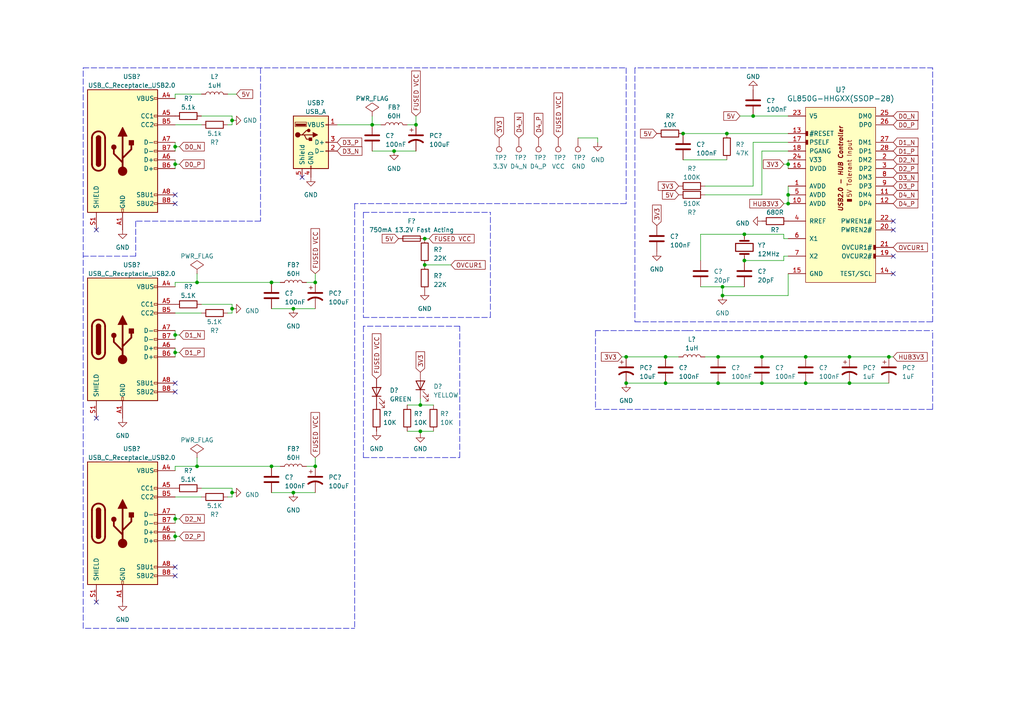
<source format=kicad_sch>
(kicad_sch (version 20211123) (generator eeschema)
  (paper "A4")
  (lib_symbols
    (symbol "Connector:TestPoint" (pin_numbers hide) (pin_names (offset 0.762) hide)
      (property "Reference" "TP" (at 0 6.858 0))
      (property "Value" "TestPoint" (at 0 5.08 0))
      (symbol "TestPoint_0_1"
        (circle (center 0 3.302) (radius 0.762))
      )
      (symbol "TestPoint_1_1"
        (pin passive line (at 0 0 90) (length 2.54) (name "1") (number "1"))
      )
    )
    (symbol "Connector:USB_A" (pin_names (offset 1.016))
      (property "Reference" "J" (at -5.08 11.43 0))
      (property "Value" "USB_A" (at -5.08 8.89 0))
      (symbol "USB_A_0_1"
        (rectangle (start -5.08 -7.62) (end 5.08 7.62) (stroke (width 0.254)) (fill (type background)))
        (circle (center -3.81 2.159) (radius 0.635) (stroke (width 0.254)) (fill (type outline)))
        (rectangle (start -1.524 4.826) (end -4.318 5.334) (fill (type outline)))
        (rectangle (start -1.27 4.572) (end -4.572 5.842))
        (circle (center -0.635 3.429) (radius 0.381) (stroke (width 0.254)) (fill (type outline)))
        (rectangle (start -0.127 -7.62) (end 0.127 -6.858))
        (polyline (pts (xy -3.175 2.159) (xy -2.54 2.159) (xy -1.27 3.429) (xy -0.635 3.429)) (stroke (width 0.254)))
        (polyline (pts (xy -2.54 2.159) (xy -1.905 2.159) (xy -1.27 0.889) (xy 0 0.889)) (stroke (width 0.254)))
        (polyline (pts (xy 0.635 2.794) (xy 0.635 1.524) (xy 1.905 2.159) (xy 0.635 2.794)) (stroke (width 0.254)) (fill (type outline)))
        (rectangle (start 0.254 1.27) (end -0.508 0.508) (stroke (width 0.254)) (fill (type outline)))
        (rectangle (start 5.08 -2.667) (end 4.318 -2.413))
        (rectangle (start 5.08 -0.127) (end 4.318 0.127))
        (rectangle (start 5.08 4.953) (end 4.318 5.207))
      )
      (symbol "USB_A_1_1"
        (polyline (pts (xy -1.905 2.159) (xy 0.635 2.159)) (stroke (width 0.254)))
        (pin power_in line (at 7.62 5.08 180) (length 2.54) (name "VBUS") (number "1"))
        (pin bidirectional line (at 7.62 -2.54 180) (length 2.54) (name "D-") (number "2"))
        (pin bidirectional line (at 7.62 0 180) (length 2.54) (name "D+") (number "3"))
        (pin power_in line (at 0 -10.16 90) (length 2.54) (name "GND") (number "4"))
        (pin passive line (at -2.54 -10.16 90) (length 2.54) (name "Shield") (number "5"))
      )
    )
    (symbol "Connector:USB_C_Receptacle_USB2.0" (pin_names (offset 1.016))
      (property "Reference" "J" (at -10.16 19.05 0))
      (property "Value" "USB_C_Receptacle_USB2.0" (at 19.05 19.05 0))
      (symbol "USB_C_Receptacle_USB2.0_0_0"
        (rectangle (start -0.254 -17.78) (end 0.254 -16.764))
        (rectangle (start 10.16 -14.986) (end 9.144 -15.494))
        (rectangle (start 10.16 -12.446) (end 9.144 -12.954))
        (rectangle (start 10.16 -4.826) (end 9.144 -5.334))
        (rectangle (start 10.16 -2.286) (end 9.144 -2.794))
        (rectangle (start 10.16 0.254) (end 9.144 -0.254))
        (rectangle (start 10.16 2.794) (end 9.144 2.286))
        (rectangle (start 10.16 7.874) (end 9.144 7.366))
        (rectangle (start 10.16 10.414) (end 9.144 9.906))
        (rectangle (start 10.16 15.494) (end 9.144 14.986))
      )
      (symbol "USB_C_Receptacle_USB2.0_0_1"
        (rectangle (start -10.16 17.78) (end 10.16 -17.78) (stroke (width 0.254)) (fill (type background)))
        (arc (start -8.89 -3.81) (mid -6.985 -5.715) (end -5.08 -3.81) (stroke (width 0.508)))
        (arc (start -7.62 -3.81) (mid -6.985 -4.445) (end -6.35 -3.81) (stroke (width 0.254)))
        (arc (start -7.62 -3.81) (mid -6.985 -4.445) (end -6.35 -3.81) (stroke (width 0.254)) (fill (type outline)))
        (rectangle (start -7.62 -3.81) (end -6.35 3.81) (stroke (width 0.254)) (fill (type outline)))
        (arc (start -6.35 3.81) (mid -6.985 4.445) (end -7.62 3.81) (stroke (width 0.254)))
        (arc (start -6.35 3.81) (mid -6.985 4.445) (end -7.62 3.81) (stroke (width 0.254)) (fill (type outline)))
        (arc (start -5.08 3.81) (mid -6.985 5.715) (end -8.89 3.81) (stroke (width 0.508)))
        (circle (center -2.54 1.143) (radius 0.635) (stroke (width 0.254)) (fill (type outline)))
        (circle (center 0 -5.842) (radius 1.27) (fill (type outline)))
        (polyline (pts (xy -8.89 -3.81) (xy -8.89 3.81)) (stroke (width 0.508)))
        (polyline (pts (xy -5.08 3.81) (xy -5.08 -3.81)) (stroke (width 0.508)))
        (polyline (pts (xy 0 -5.842) (xy 0 4.318)) (stroke (width 0.508)))
        (polyline (pts (xy 0 -3.302) (xy -2.54 -0.762) (xy -2.54 0.508)) (stroke (width 0.508)))
        (polyline (pts (xy 0 -2.032) (xy 2.54 0.508) (xy 2.54 1.778)) (stroke (width 0.508)))
        (polyline (pts (xy -1.27 4.318) (xy 0 6.858) (xy 1.27 4.318) (xy -1.27 4.318)) (stroke (width 0.254)) (fill (type outline)))
        (rectangle (start 1.905 1.778) (end 3.175 3.048) (stroke (width 0.254)) (fill (type outline)))
      )
      (symbol "USB_C_Receptacle_USB2.0_1_1"
        (pin passive line (at 0 -22.86 90) (length 5.08) (name "GND") (number "A1"))
        (pin passive line (at 0 -22.86 90) (length 5.08) hide (name "GND") (number "A12"))
        (pin passive line (at 15.24 15.24 180) (length 5.08) (name "VBUS") (number "A4"))
        (pin bidirectional line (at 15.24 10.16 180) (length 5.08) (name "CC1") (number "A5"))
        (pin bidirectional line (at 15.24 -2.54 180) (length 5.08) (name "D+") (number "A6"))
        (pin bidirectional line (at 15.24 2.54 180) (length 5.08) (name "D-") (number "A7"))
        (pin bidirectional line (at 15.24 -12.7 180) (length 5.08) (name "SBU1") (number "A8"))
        (pin passive line (at 15.24 15.24 180) (length 5.08) hide (name "VBUS") (number "A9"))
        (pin passive line (at 0 -22.86 90) (length 5.08) hide (name "GND") (number "B1"))
        (pin passive line (at 0 -22.86 90) (length 5.08) hide (name "GND") (number "B12"))
        (pin passive line (at 15.24 15.24 180) (length 5.08) hide (name "VBUS") (number "B4"))
        (pin bidirectional line (at 15.24 7.62 180) (length 5.08) (name "CC2") (number "B5"))
        (pin bidirectional line (at 15.24 -5.08 180) (length 5.08) (name "D+") (number "B6"))
        (pin bidirectional line (at 15.24 0 180) (length 5.08) (name "D-") (number "B7"))
        (pin bidirectional line (at 15.24 -15.24 180) (length 5.08) (name "SBU2") (number "B8"))
        (pin passive line (at 15.24 15.24 180) (length 5.08) hide (name "VBUS") (number "B9"))
        (pin passive line (at -7.62 -22.86 90) (length 5.08) (name "SHIELD") (number "S1"))
      )
    )
    (symbol "Device:C" (pin_numbers hide) (pin_names (offset 0.254))
      (property "Reference" "C" (at 0.635 2.54 0))
      (property "Value" "C" (at 0.635 -2.54 0))
      (symbol "C_0_1"
        (polyline (pts (xy -2.032 -0.762) (xy 2.032 -0.762)) (stroke (width 0.508)))
        (polyline (pts (xy -2.032 0.762) (xy 2.032 0.762)) (stroke (width 0.508)))
      )
      (symbol "C_1_1"
        (pin passive line (at 0 3.81 270) (length 2.794) (name "~") (number "1"))
        (pin passive line (at 0 -3.81 90) (length 2.794) (name "~") (number "2"))
      )
    )
    (symbol "Device:C_Polarized_US" (pin_numbers hide) (pin_names (offset 0.254) hide)
      (property "Reference" "C" (at 0.635 2.54 0))
      (property "Value" "C_Polarized_US" (at 0.635 -2.54 0))
      (symbol "C_Polarized_US_0_1"
        (polyline (pts (xy -2.032 0.762) (xy 2.032 0.762)) (stroke (width 0.508)))
        (polyline (pts (xy -1.778 2.286) (xy -0.762 2.286)))
        (polyline (pts (xy -1.27 1.778) (xy -1.27 2.794)))
        (arc (start 2.032 -1.27) (mid 0 -0.5572) (end -2.032 -1.27) (stroke (width 0.508)))
      )
      (symbol "C_Polarized_US_1_1"
        (pin passive line (at 0 3.81 270) (length 2.794) (name "~") (number "1"))
        (pin passive line (at 0 -3.81 90) (length 3.302) (name "~") (number "2"))
      )
    )
    (symbol "Device:Crystal" (pin_numbers hide) (pin_names (offset 1.016) hide)
      (property "Reference" "Y" (at 0 3.81 0))
      (property "Value" "Crystal" (at 0 -3.81 0))
      (symbol "Crystal_0_1"
        (rectangle (start -1.143 2.54) (end 1.143 -2.54) (stroke (width 0.3048)))
        (polyline (pts (xy -2.54 0) (xy -1.905 0)))
        (polyline (pts (xy -1.905 -1.27) (xy -1.905 1.27)) (stroke (width 0.508)))
        (polyline (pts (xy 1.905 -1.27) (xy 1.905 1.27)) (stroke (width 0.508)))
        (polyline (pts (xy 2.54 0) (xy 1.905 0)))
      )
      (symbol "Crystal_1_1"
        (pin passive line (at -3.81 0 0) (length 1.27) (name "1") (number "1"))
        (pin passive line (at 3.81 0 180) (length 1.27) (name "2") (number "2"))
      )
    )
    (symbol "Device:Fuse" (pin_numbers hide) (pin_names (offset 0))
      (property "Reference" "F" (at 2.032 0 90))
      (property "Value" "Fuse" (at -1.905 0 90))
      (symbol "Fuse_0_1"
        (rectangle (start -0.762 -2.54) (end 0.762 2.54) (stroke (width 0.254)))
        (polyline (pts (xy 0 2.54) (xy 0 -2.54)))
      )
      (symbol "Fuse_1_1"
        (pin passive line (at 0 3.81 270) (length 1.27) (name "~") (number "1"))
        (pin passive line (at 0 -3.81 90) (length 1.27) (name "~") (number "2"))
      )
    )
    (symbol "Device:L" (pin_numbers hide) (pin_names (offset 1.016) hide)
      (property "Reference" "L" (at -1.27 0 90))
      (property "Value" "L" (at 1.905 0 90))
      (symbol "L_0_1"
        (arc (start 0 -2.54) (mid 0.635 -1.905) (end 0 -1.27))
        (arc (start 0 -1.27) (mid 0.635 -0.635) (end 0 0))
        (arc (start 0 0) (mid 0.635 0.635) (end 0 1.27))
        (arc (start 0 1.27) (mid 0.635 1.905) (end 0 2.54))
      )
      (symbol "L_1_1"
        (pin passive line (at 0 3.81 270) (length 1.27) (name "1") (number "1"))
        (pin passive line (at 0 -3.81 90) (length 1.27) (name "2") (number "2"))
      )
    )
    (symbol "Device:LED" (pin_numbers hide) (pin_names (offset 1.016) hide)
      (property "Reference" "D" (at 0 2.54 0))
      (property "Value" "LED" (at 0 -2.54 0))
      (symbol "LED_0_1"
        (polyline (pts (xy -1.27 -1.27) (xy -1.27 1.27)) (stroke (width 0.254)))
        (polyline (pts (xy -1.27 0) (xy 1.27 0)))
        (polyline (pts (xy 1.27 -1.27) (xy 1.27 1.27) (xy -1.27 0) (xy 1.27 -1.27)) (stroke (width 0.254)))
        (polyline (pts (xy -3.048 -0.762) (xy -4.572 -2.286) (xy -3.81 -2.286) (xy -4.572 -2.286) (xy -4.572 -1.524)))
        (polyline (pts (xy -1.778 -0.762) (xy -3.302 -2.286) (xy -2.54 -2.286) (xy -3.302 -2.286) (xy -3.302 -1.524)))
      )
      (symbol "LED_1_1"
        (pin passive line (at -3.81 0 0) (length 2.54) (name "K") (number "1"))
        (pin passive line (at 3.81 0 180) (length 2.54) (name "A") (number "2"))
      )
    )
    (symbol "Device:R" (pin_numbers hide) (pin_names (offset 0))
      (property "Reference" "R" (at 2.032 0 90))
      (property "Value" "R" (at 0 0 90))
      (symbol "R_0_1"
        (rectangle (start -1.016 -2.54) (end 1.016 2.54) (stroke (width 0.254)))
      )
      (symbol "R_1_1"
        (pin passive line (at 0 3.81 270) (length 1.27) (name "~") (number "1"))
        (pin passive line (at 0 -3.81 90) (length 1.27) (name "~") (number "2"))
      )
    )
    (symbol "OLIMEX_IC:GL850G-HHGXX(SSOP-28)" (pin_names (offset 1.016))
      (property "Reference" "U" (at 0 27.94 0))
      (property "Value" "GL850G-HHGXX(SSOP-28)" (at 0 -27.94 0))
      (symbol "GL850G-HHGXX(SSOP-28)_0_0"
        (rectangle (start -10.16 15.875) (end -9.525 14.605) (fill (type outline)))
        (rectangle (start -10.16 18.415) (end -9.525 17.145) (fill (type outline)))
        (rectangle (start 1.905 -1.905) (end 3.175 -1.27) (fill (type outline)))
        (rectangle (start 9.525 -17.145) (end 10.16 -18.415) (fill (type outline)))
        (rectangle (start 9.525 -14.605) (end 10.16 -15.875) (fill (type outline)))
        (text "5V Tolerant Input" (at 2.54 7.62 900) (effects (font (size 1.27 1.27))))
        (text "USB2.0 - HUB Controller" (at 0 7.62 900) (effects (font (size 1.27 1.27) bold italic)))
      )
      (symbol "GL850G-HHGXX(SSOP-28)_0_1"
        (rectangle (start -10.16 25.4) (end 10.16 -25.4) (fill (type background)))
      )
      (symbol "GL850G-HHGXX(SSOP-28)_1_1"
        (pin power_in line (at -15.24 2.54 0) (length 5.08) (name "AVDD") (number "1"))
        (pin power_in line (at -15.24 -2.54 0) (length 5.08) (name "AVDD") (number "10"))
        (pin bidirectional line (at 15.24 0 180) (length 5.08) (name "DM4") (number "11"))
        (pin bidirectional line (at 15.24 -2.54 180) (length 5.08) (name "DP4") (number "12"))
        (pin input line (at -15.24 17.78 0) (length 5.08) (name "#RESET") (number "13"))
        (pin input line (at 15.24 -22.86 180) (length 5.08) (name "TEST/SCL") (number "14"))
        (pin power_in line (at -15.24 -22.86 0) (length 5.08) (name "GND") (number "15"))
        (pin power_in line (at -15.24 7.62 0) (length 5.08) (name "DVDD") (number "16"))
        (pin input line (at -15.24 15.24 0) (length 5.08) (name "PSELF") (number "17"))
        (pin bidirectional line (at -15.24 12.7 0) (length 5.08) (name "PGANG") (number "18"))
        (pin bidirectional line (at 15.24 -17.78 180) (length 5.08) (name "OVCUR2#") (number "19"))
        (pin bidirectional line (at 15.24 10.16 180) (length 5.08) (name "DM2") (number "2"))
        (pin output line (at 15.24 -10.16 180) (length 5.08) (name "PWREN2#") (number "20"))
        (pin bidirectional line (at 15.24 -15.24 180) (length 5.08) (name "OVCUR1#") (number "21"))
        (pin output line (at 15.24 -7.62 180) (length 5.08) (name "PWREN1#") (number "22"))
        (pin power_in line (at -15.24 22.86 0) (length 5.08) (name "V5") (number "23"))
        (pin power_out line (at -15.24 10.16 0) (length 5.08) (name "V33") (number "24"))
        (pin bidirectional line (at 15.24 22.86 180) (length 5.08) (name "DM0") (number "25"))
        (pin bidirectional line (at 15.24 20.32 180) (length 5.08) (name "DP0") (number "26"))
        (pin bidirectional line (at 15.24 15.24 180) (length 5.08) (name "DM1") (number "27"))
        (pin bidirectional line (at 15.24 12.7 180) (length 5.08) (name "DP1") (number "28"))
        (pin bidirectional line (at 15.24 7.62 180) (length 5.08) (name "DP2") (number "3"))
        (pin bidirectional line (at -15.24 -7.62 0) (length 5.08) (name "RREF") (number "4"))
        (pin power_in line (at -15.24 0 0) (length 5.08) (name "AVDD") (number "5"))
        (pin input line (at -15.24 -12.7 0) (length 5.08) (name "X1") (number "6"))
        (pin output line (at -15.24 -17.78 0) (length 5.08) (name "X2") (number "7"))
        (pin bidirectional line (at 15.24 5.08 180) (length 5.08) (name "DM3") (number "8"))
        (pin bidirectional line (at 15.24 2.54 180) (length 5.08) (name "DP3") (number "9"))
      )
    )
    (symbol "OLIMEX_Power:GND" (power) (pin_names (offset 0))
      (property "Value" "GND" (at 0 -3.81 0))
      (symbol "GND_0_1"
        (polyline (pts (xy 0 0) (xy 0 -1.27) (xy 1.27 -1.27) (xy 0 -2.54) (xy -1.27 -1.27) (xy 0 -1.27)))
      )
      (symbol "GND_1_1"
        (pin power_in line (at 0 0 270) (length 0) hide (name "GND") (number "1"))
      )
    )
    (symbol "OLIMEX_Power:PWR_FLAG" (power) (pin_numbers hide) (pin_names (offset 0) hide)
      (property "Value" "PWR_FLAG" (at 0 4.572 0))
      (symbol "PWR_FLAG_0_0"
        (pin power_out line (at 0 0 90) (length 0) (name "pwr") (number "1"))
      )
      (symbol "PWR_FLAG_0_1"
        (polyline (pts (xy 0 0) (xy 0 1.27) (xy -1.905 2.54) (xy 0 3.81) (xy 1.905 2.54) (xy 0 1.27)))
      )
    )
    (symbol "power:GND" (power) (pin_names (offset 0))
      (property "Value" "GND" (at 0 -3.81 0))
      (symbol "GND_0_1"
        (polyline (pts (xy 0 0) (xy 0 -1.27) (xy 1.27 -1.27) (xy 0 -2.54) (xy -1.27 -1.27) (xy 0 -1.27)))
      )
      (symbol "GND_1_1"
        (pin power_in line (at 0 0 270) (length 0) hide (name "GND") (number "1"))
      )
    )
  )
  (junction (at 208.28 103.505) (diameter 0.9144))
  (junction (at 215.9 75.565) (diameter 0.9144))
  (junction (at 78.74 135.255) (diameter 0.9144))
  (junction (at 50.8 150.495) (diameter 0.9144))
  (junction (at 120.65 36.195) (diameter 0.9144))
  (junction (at 193.04 111.125) (diameter 0.9144))
  (junction (at 233.68 103.505) (diameter 0.9144))
  (junction (at 228.6 59.055) (diameter 0.9144))
  (junction (at 121.92 125.095))
  (junction (at 215.9 67.945) (diameter 0.9144))
  (junction (at 91.44 135.255) (diameter 0.9144))
  (junction (at 107.95 36.195) (diameter 0.9144))
  (junction (at 50.8 97.155) (diameter 0.9144))
  (junction (at 67.31 89.535) (diameter 0.9144))
  (junction (at 114.3 43.815) (diameter 0.9144))
  (junction (at 233.68 111.125) (diameter 0.9144))
  (junction (at 85.09 142.875) (diameter 0.9144))
  (junction (at 57.15 81.915) (diameter 0.9144))
  (junction (at 50.8 102.235) (diameter 0.9144))
  (junction (at 181.61 103.505) (diameter 0.9144))
  (junction (at 246.38 111.125) (diameter 0.9144))
  (junction (at 181.61 111.125) (diameter 0.9144))
  (junction (at 257.81 103.505) (diameter 0.9144))
  (junction (at 123.19 69.215) (diameter 0.9144))
  (junction (at 50.8 42.545) (diameter 0.9144))
  (junction (at 91.44 81.915) (diameter 0.9144))
  (junction (at 50.8 155.575) (diameter 0.9144))
  (junction (at 218.44 33.655) (diameter 0.9144))
  (junction (at 228.6 47.625) (diameter 0.9144))
  (junction (at 67.31 142.875) (diameter 0.9144))
  (junction (at 121.92 117.475))
  (junction (at 220.98 103.505) (diameter 0.9144))
  (junction (at 198.12 38.735) (diameter 0.9144))
  (junction (at 193.04 103.505) (diameter 0.9144))
  (junction (at 85.09 89.535) (diameter 0.9144))
  (junction (at 209.55 83.185) (diameter 0.9144))
  (junction (at 67.31 34.925))
  (junction (at 228.6 56.515) (diameter 0.9144))
  (junction (at 208.28 111.125) (diameter 0.9144))
  (junction (at 220.98 111.125) (diameter 0.9144))
  (junction (at 57.15 135.255) (diameter 0.9144))
  (junction (at 246.38 103.505) (diameter 0.9144))
  (junction (at 210.82 38.735) (diameter 0.9144))
  (junction (at 50.8 47.625) (diameter 0.9144))
  (junction (at 78.74 81.915) (diameter 0.9144))
  (junction (at 209.55 85.725) (diameter 0.9144))
  (junction (at 123.19 76.835) (diameter 0.9144))
  (no_connect (at 50.8 111.125))
  (no_connect (at 259.08 64.135))
  (no_connect (at 27.94 66.675))
  (no_connect (at 259.08 79.375))
  (no_connect (at 259.08 66.675))
  (no_connect (at 50.8 59.055))
  (no_connect (at 50.8 164.465))
  (no_connect (at 259.08 74.295))
  (no_connect (at 27.94 174.625))
  (no_connect (at 27.94 121.285))
  (no_connect (at 50.8 167.005))
  (no_connect (at 50.8 113.665))
  (no_connect (at 87.63 51.435))
  (no_connect (at 50.8 56.515))
  (wire (pts (xy 50.8 136.525) (xy 50.8 135.255)))
  (wire (pts (xy 50.8 90.805) (xy 58.42 90.805)))
  (polyline (pts (xy 35.56 182.245) (xy 102.87 182.245)) (stroke (width 0) (type dash)))
  (wire (pts (xy 78.74 135.255) (xy 81.28 135.255)))
  (wire (pts (xy 107.95 36.195) (xy 110.49 36.195)))
  (wire (pts (xy 50.8 42.545) (xy 52.07 42.545)))
  (wire (pts (xy 215.9 75.565) (xy 227.33 75.565)))
  (wire (pts (xy 233.68 111.125) (xy 246.38 111.125)))
  (wire (pts (xy 50.8 149.225) (xy 50.8 150.495)))
  (polyline (pts (xy 24.13 182.245) (xy 24.13 19.685)) (stroke (width 0) (type dash)))
  (polyline (pts (xy 133.35 132.715) (xy 133.35 94.615)) (stroke (width 0) (type dash)))
  (wire (pts (xy 228.6 85.725) (xy 209.55 85.725)))
  (wire (pts (xy 233.68 103.505) (xy 246.38 103.505)))
  (wire (pts (xy 66.04 144.145) (xy 67.31 144.145)))
  (polyline (pts (xy 35.56 182.245) (xy 24.13 182.245)) (stroke (width 0) (type dash)))
  (wire (pts (xy 228.6 47.625) (xy 228.6 48.895)))
  (wire (pts (xy 50.8 27.305) (xy 58.42 27.305)))
  (wire (pts (xy 246.38 111.125) (xy 257.81 111.125)))
  (wire (pts (xy 203.2 67.945) (xy 215.9 67.945)))
  (wire (pts (xy 227.33 69.215) (xy 228.6 69.215)))
  (polyline (pts (xy 142.24 92.075) (xy 142.24 61.595)) (stroke (width 0) (type dash)))
  (polyline (pts (xy 75.565 19.685) (xy 75.565 64.135)) (stroke (width 0) (type dash)))
  (wire (pts (xy 67.31 33.655) (xy 67.31 34.925)))
  (polyline (pts (xy 199.39 95.885) (xy 270.51 95.885)) (stroke (width 0) (type dash)))
  (wire (pts (xy 50.8 97.155) (xy 52.07 97.155)))
  (wire (pts (xy 50.8 81.915) (xy 57.15 81.915)))
  (polyline (pts (xy 105.41 94.615) (xy 105.41 132.715)) (stroke (width 0) (type dash)))
  (wire (pts (xy 107.95 43.815) (xy 114.3 43.815)))
  (wire (pts (xy 173.355 40.005) (xy 173.355 41.275)))
  (wire (pts (xy 121.92 115.57) (xy 121.92 117.475)))
  (polyline (pts (xy 181.61 19.685) (xy 181.61 59.055)) (stroke (width 0) (type dash)))
  (wire (pts (xy 50.8 47.625) (xy 50.8 48.895)))
  (wire (pts (xy 218.44 41.275) (xy 228.6 41.275)))
  (wire (pts (xy 204.47 56.515) (xy 220.98 56.515)))
  (wire (pts (xy 58.42 88.265) (xy 67.31 88.265)))
  (wire (pts (xy 203.2 83.185) (xy 209.55 83.185)))
  (wire (pts (xy 193.04 103.505) (xy 196.85 103.505)))
  (wire (pts (xy 50.8 102.235) (xy 50.8 103.505)))
  (wire (pts (xy 50.8 150.495) (xy 50.8 151.765)))
  (wire (pts (xy 218.44 53.975) (xy 218.44 41.275)))
  (polyline (pts (xy 199.39 95.885) (xy 172.72 95.885)) (stroke (width 0) (type dash)))
  (wire (pts (xy 88.9 135.255) (xy 91.44 135.255)))
  (wire (pts (xy 220.98 56.515) (xy 220.98 43.815)))
  (wire (pts (xy 50.8 46.355) (xy 50.8 47.625)))
  (wire (pts (xy 118.11 117.475) (xy 121.92 117.475)))
  (wire (pts (xy 57.15 81.915) (xy 78.74 81.915)))
  (wire (pts (xy 66.04 27.305) (xy 68.58 27.305)))
  (wire (pts (xy 50.8 150.495) (xy 52.07 150.495)))
  (wire (pts (xy 50.8 155.575) (xy 50.8 156.845)))
  (polyline (pts (xy 172.72 118.745) (xy 270.51 118.745)) (stroke (width 0) (type dash)))
  (wire (pts (xy 57.15 132.715) (xy 57.15 135.255)))
  (wire (pts (xy 228.6 53.975) (xy 228.6 56.515)))
  (wire (pts (xy 227.33 67.945) (xy 227.33 69.215)))
  (wire (pts (xy 210.82 38.735) (xy 228.6 38.735)))
  (wire (pts (xy 50.8 155.575) (xy 52.07 155.575)))
  (wire (pts (xy 227.33 74.295) (xy 228.6 74.295)))
  (wire (pts (xy 50.8 135.255) (xy 57.15 135.255)))
  (wire (pts (xy 50.8 83.185) (xy 50.8 81.915)))
  (wire (pts (xy 228.6 46.355) (xy 228.6 47.625)))
  (wire (pts (xy 58.42 33.655) (xy 67.31 33.655)))
  (wire (pts (xy 67.31 34.925) (xy 67.31 36.195)))
  (wire (pts (xy 257.81 103.505) (xy 259.08 103.505)))
  (polyline (pts (xy 39.37 74.295) (xy 24.13 74.295)) (stroke (width 0) (type dash)))
  (wire (pts (xy 91.44 79.375) (xy 91.44 81.915)))
  (wire (pts (xy 78.74 89.535) (xy 85.09 89.535)))
  (wire (pts (xy 50.8 100.965) (xy 50.8 102.235)))
  (polyline (pts (xy 220.98 19.685) (xy 184.15 19.685)) (stroke (width 0) (type dash)))
  (wire (pts (xy 50.8 97.155) (xy 50.8 98.425)))
  (wire (pts (xy 204.47 53.975) (xy 218.44 53.975)))
  (wire (pts (xy 121.92 117.475) (xy 125.73 117.475)))
  (wire (pts (xy 88.9 81.915) (xy 91.44 81.915)))
  (wire (pts (xy 227.33 47.625) (xy 228.6 47.625)))
  (wire (pts (xy 209.55 83.185) (xy 215.9 83.185)))
  (wire (pts (xy 220.98 43.815) (xy 228.6 43.815)))
  (polyline (pts (xy 75.565 64.135) (xy 39.37 64.135)) (stroke (width 0) (type dash)))
  (wire (pts (xy 67.31 141.605) (xy 67.31 142.875)))
  (polyline (pts (xy 133.35 94.615) (xy 105.41 94.615)) (stroke (width 0) (type dash)))
  (wire (pts (xy 220.98 103.505) (xy 233.68 103.505)))
  (wire (pts (xy 50.8 42.545) (xy 50.8 43.815)))
  (polyline (pts (xy 105.41 132.715) (xy 133.35 132.715)) (stroke (width 0) (type dash)))
  (wire (pts (xy 58.42 141.605) (xy 67.31 141.605)))
  (wire (pts (xy 85.09 89.535) (xy 91.44 89.535)))
  (wire (pts (xy 203.2 67.945) (xy 203.2 75.565)))
  (wire (pts (xy 50.8 154.305) (xy 50.8 155.575)))
  (wire (pts (xy 78.74 81.915) (xy 81.28 81.915)))
  (wire (pts (xy 167.64 40.005) (xy 173.355 40.005)))
  (wire (pts (xy 66.04 90.805) (xy 67.31 90.805)))
  (polyline (pts (xy 39.37 64.135) (xy 39.37 74.295)) (stroke (width 0) (type dash)))
  (wire (pts (xy 85.09 142.875) (xy 91.44 142.875)))
  (wire (pts (xy 50.8 47.625) (xy 52.07 47.625)))
  (polyline (pts (xy 184.15 93.345) (xy 270.51 93.345)) (stroke (width 0) (type dash)))
  (polyline (pts (xy 181.61 59.055) (xy 102.87 59.055)) (stroke (width 0) (type dash)))
  (wire (pts (xy 50.8 27.305) (xy 50.8 28.575)))
  (wire (pts (xy 118.11 36.195) (xy 120.65 36.195)))
  (wire (pts (xy 123.19 76.835) (xy 130.81 76.835)))
  (wire (pts (xy 181.61 111.125) (xy 193.04 111.125)))
  (wire (pts (xy 209.55 85.725) (xy 209.55 83.185)))
  (wire (pts (xy 228.6 56.515) (xy 228.6 59.055)))
  (polyline (pts (xy 102.87 59.055) (xy 102.87 182.245)) (stroke (width 0) (type dash)))
  (wire (pts (xy 107.95 33.655) (xy 107.95 36.195)))
  (wire (pts (xy 227.33 75.565) (xy 227.33 74.295)))
  (wire (pts (xy 118.11 125.095) (xy 121.92 125.095)))
  (wire (pts (xy 227.33 59.055) (xy 228.6 59.055)))
  (wire (pts (xy 198.12 46.355) (xy 210.82 46.355)))
  (wire (pts (xy 50.8 36.195) (xy 58.42 36.195)))
  (polyline (pts (xy 24.13 19.685) (xy 181.61 19.685)) (stroke (width 0) (type dash)))
  (wire (pts (xy 67.31 89.535) (xy 67.31 90.805)))
  (wire (pts (xy 204.47 103.505) (xy 208.28 103.505)))
  (wire (pts (xy 50.8 102.235) (xy 52.07 102.235)))
  (wire (pts (xy 57.15 79.375) (xy 57.15 81.915)))
  (wire (pts (xy 228.6 79.375) (xy 228.6 85.725)))
  (wire (pts (xy 121.92 125.095) (xy 121.92 125.73)))
  (wire (pts (xy 193.04 111.125) (xy 208.28 111.125)))
  (wire (pts (xy 181.61 103.505) (xy 193.04 103.505)))
  (wire (pts (xy 91.44 132.715) (xy 91.44 135.255)))
  (polyline (pts (xy 220.98 19.685) (xy 270.51 19.685)) (stroke (width 0) (type dash)))
  (polyline (pts (xy 184.15 19.685) (xy 184.15 93.345)) (stroke (width 0) (type dash)))
  (polyline (pts (xy 105.41 92.075) (xy 142.24 92.075)) (stroke (width 0) (type dash)))
  (wire (pts (xy 208.28 111.125) (xy 220.98 111.125)))
  (wire (pts (xy 218.44 33.655) (xy 228.6 33.655)))
  (wire (pts (xy 50.8 95.885) (xy 50.8 97.155)))
  (wire (pts (xy 220.98 111.125) (xy 233.68 111.125)))
  (wire (pts (xy 50.8 41.275) (xy 50.8 42.545)))
  (wire (pts (xy 198.12 38.735) (xy 210.82 38.735)))
  (wire (pts (xy 214.63 33.655) (xy 218.44 33.655)))
  (wire (pts (xy 78.74 142.875) (xy 85.09 142.875)))
  (wire (pts (xy 180.34 103.505) (xy 181.61 103.505)))
  (polyline (pts (xy 105.41 61.595) (xy 105.41 92.075)) (stroke (width 0) (type dash)))
  (polyline (pts (xy 270.51 93.345) (xy 270.51 19.685)) (stroke (width 0) (type dash)))
  (wire (pts (xy 67.31 88.265) (xy 67.31 89.535)))
  (wire (pts (xy 66.04 36.195) (xy 67.31 36.195)))
  (polyline (pts (xy 172.72 95.885) (xy 172.72 118.745)) (stroke (width 0) (type dash)))
  (wire (pts (xy 114.3 43.815) (xy 120.65 43.815)))
  (wire (pts (xy 215.9 67.945) (xy 227.33 67.945)))
  (wire (pts (xy 50.8 144.145) (xy 58.42 144.145)))
  (wire (pts (xy 120.65 33.655) (xy 120.65 36.195)))
  (wire (pts (xy 57.15 135.255) (xy 78.74 135.255)))
  (wire (pts (xy 123.19 69.215) (xy 124.46 69.215)))
  (wire (pts (xy 246.38 103.505) (xy 257.81 103.505)))
  (wire (pts (xy 121.92 125.095) (xy 125.73 125.095)))
  (polyline (pts (xy 270.51 118.745) (xy 270.51 95.885)) (stroke (width 0) (type dash)))
  (polyline (pts (xy 105.41 61.595) (xy 142.24 61.595)) (stroke (width 0) (type dash)))
  (wire (pts (xy 97.79 36.195) (xy 107.95 36.195)))
  (wire (pts (xy 208.28 103.505) (xy 220.98 103.505)))
  (wire (pts (xy 67.31 142.875) (xy 67.31 144.145)))
  (global_label "D2_P" (shape input) (at 52.07 155.575 0) (property "Intersheet References" "${INTERSHEET_REFS}" (effects hide)))
  (global_label "5V" (shape input) (at 214.63 33.655 180) (property "Intersheet References" "${INTERSHEET_REFS}" (effects hide)))
  (global_label "D4_N" (shape input) (at 259.08 56.515 0) (property "Intersheet References" "${INTERSHEET_REFS}" (effects hide)))
  (global_label "3V3" (shape input) (at 121.92 107.95 90) (property "Intersheet References" "${INTERSHEET_REFS}" (effects hide)))
  (global_label "FUSED VCC" (shape input) (at 124.46 69.215 0) (property "Intersheet References" "${INTERSHEET_REFS}" (effects hide)))
  (global_label "3V3" (shape input) (at 180.34 103.505 180) (property "Intersheet References" "${INTERSHEET_REFS}" (effects hide)))
  (global_label "D3_N" (shape input) (at 97.79 43.815 0) (property "Intersheet References" "${INTERSHEET_REFS}" (effects hide)))
  (global_label "D3_P" (shape input) (at 259.08 53.975 0) (property "Intersheet References" "${INTERSHEET_REFS}" (effects hide)))
  (global_label "FUSED VCC" (shape input) (at 161.925 40.005 90) (property "Intersheet References" "${INTERSHEET_REFS}" (effects hide)))
  (global_label "3V3" (shape input) (at 144.78 40.005 90) (property "Intersheet References" "${INTERSHEET_REFS}" (effects hide)))
  (global_label "HUB3V3" (shape input) (at 227.33 59.055 180) (property "Intersheet References" "${INTERSHEET_REFS}" (effects hide)))
  (global_label "OVCUR1" (shape input) (at 259.08 71.755 0) (property "Intersheet References" "${INTERSHEET_REFS}" (effects hide)))
  (global_label "FUSED VCC" (shape input) (at 91.44 132.715 90) (property "Intersheet References" "${INTERSHEET_REFS}" (effects hide)))
  (global_label "D2_P" (shape input) (at 259.08 48.895 0) (property "Intersheet References" "${INTERSHEET_REFS}" (effects hide)))
  (global_label "D1_N" (shape input) (at 259.08 41.275 0) (property "Intersheet References" "${INTERSHEET_REFS}" (effects hide)))
  (global_label "D0_N" (shape input) (at 259.08 33.655 0) (property "Intersheet References" "${INTERSHEET_REFS}" (effects hide)))
  (global_label "D0_N" (shape input) (at 52.07 42.545 0) (property "Intersheet References" "${INTERSHEET_REFS}" (effects hide)))
  (global_label "D3_N" (shape input) (at 259.08 51.435 0) (property "Intersheet References" "${INTERSHEET_REFS}" (effects hide)))
  (global_label "FUSED VCC" (shape input) (at 120.65 33.655 90) (property "Intersheet References" "${INTERSHEET_REFS}" (effects hide)))
  (global_label "5V" (shape input) (at 196.85 56.515 180) (property "Intersheet References" "${INTERSHEET_REFS}" (effects hide)))
  (global_label "5V" (shape input) (at 115.57 69.215 180) (property "Intersheet References" "${INTERSHEET_REFS}" (effects hide)))
  (global_label "5V" (shape input) (at 68.58 27.305 0) (property "Intersheet References" "${INTERSHEET_REFS}" (effects hide)))
  (global_label "D4_P" (shape input) (at 259.08 59.055 0) (property "Intersheet References" "${INTERSHEET_REFS}" (effects hide)))
  (global_label "HUB3V3" (shape input) (at 259.08 103.505 0) (property "Intersheet References" "${INTERSHEET_REFS}" (effects hide)))
  (global_label "D1_P" (shape input) (at 259.08 43.815 0) (property "Intersheet References" "${INTERSHEET_REFS}" (effects hide)))
  (global_label "D0_P" (shape input) (at 52.07 47.625 0) (property "Intersheet References" "${INTERSHEET_REFS}" (effects hide)))
  (global_label "D0_P" (shape input) (at 259.08 36.195 0) (property "Intersheet References" "${INTERSHEET_REFS}" (effects hide)))
  (global_label "D2_N" (shape input) (at 52.07 150.495 0) (property "Intersheet References" "${INTERSHEET_REFS}" (effects hide)))
  (global_label "D1_P" (shape input) (at 52.07 102.235 0) (property "Intersheet References" "${INTERSHEET_REFS}" (effects hide)))
  (global_label "3V3" (shape input) (at 190.5 65.405 90) (property "Intersheet References" "${INTERSHEET_REFS}" (effects hide)))
  (global_label "D4_P" (shape input) (at 156.21 40.005 90) (property "Intersheet References" "${INTERSHEET_REFS}" (effects hide)))
  (global_label "D2_N" (shape input) (at 259.08 46.355 0) (property "Intersheet References" "${INTERSHEET_REFS}" (effects hide)))
  (global_label "3V3" (shape input) (at 196.85 53.975 180) (property "Intersheet References" "${INTERSHEET_REFS}" (effects hide)))
  (global_label "D1_N" (shape input) (at 52.07 97.155 0) (property "Intersheet References" "${INTERSHEET_REFS}" (effects hide)))
  (global_label "3V3" (shape input) (at 227.33 47.625 180) (property "Intersheet References" "${INTERSHEET_REFS}" (effects hide)))
  (global_label "D4_N" (shape input) (at 150.495 40.005 90) (property "Intersheet References" "${INTERSHEET_REFS}" (effects hide)))
  (global_label "D3_P" (shape input) (at 97.79 41.275 0) (property "Intersheet References" "${INTERSHEET_REFS}" (effects hide)))
  (global_label "FUSED VCC" (shape input) (at 109.22 109.855 90) (property "Intersheet References" "${INTERSHEET_REFS}" (effects hide)))
  (global_label "5V" (shape input) (at 190.5 38.735 180) (property "Intersheet References" "${INTERSHEET_REFS}" (effects hide)))
  (global_label "OVCUR1" (shape input) (at 130.81 76.835 0) (property "Intersheet References" "${INTERSHEET_REFS}" (effects hide)))
  (global_label "FUSED VCC" (shape input) (at 91.44 79.375 90) (property "Intersheet References" "${INTERSHEET_REFS}" (effects hide)))
  (symbol (lib_id "Device:R") (at 194.31 38.735 90) (unit 1)
    (property "Reference" "R?" (at 194.31 33.655 90))
    (property "Value" "10K" (at 194.31 36.195 90))
    (property "Footprint" "Resistor_SMD:R_0603_1608Metric" (effects hide))
  )
  (symbol (lib_id "Connector:USB_C_Receptacle_USB2.0") (at 35.56 151.765 0) (unit 1)
    (property "Reference" "USB?" (at 38.227 130.175 0))
    (property "Value" "USB_C_Receptacle_USB2.0" (at 38.227 132.715 0))
    (property "Footprint" "Connector_USB:USB_C_Receptacle_Palconn_UTC16-G" (effects hide))
    (property "Datasheet" "https://www.usb.org/sites/default/files/documents/usb_type-c.zip" (effects hide))
  )
  (symbol (lib_id "Device:R") (at 200.66 53.975 90) (unit 1)
    (property "Reference" "R?" (at 200.66 48.895 90))
    (property "Value" "100K" (at 200.66 51.435 90))
    (property "Footprint" "Resistor_SMD:R_0603_1608Metric" (effects hide))
  )
  (symbol (lib_id "Connector:TestPoint") (at 156.21 40.005 180) (unit 1)
    (property "Reference" "TP?" (at 154.94 45.72 0) (effects (justify right)))
    (property "Value" "D4_P" (at 153.67 48.26 0) (effects (justify right)))
  )
  (symbol (lib_id "Device:C_Polarized_US") (at 257.81 107.315 0) (unit 1)
    (property "Reference" "PC?" (at 261.62 106.6799 0) (effects (justify left)))
    (property "Value" "1uF" (at 261.62 109.2199 0) (effects (justify left)))
    (property "Footprint" "Capacitor_THT:CP_Radial_D5.0mm_P2.00mm" (effects hide))
  )
  (symbol (lib_id "Device:C_Polarized_US") (at 246.38 107.315 0) (unit 1)
    (property "Reference" "PC?" (at 250.19 106.6799 0) (effects (justify left)))
    (property "Value" "1uF" (at 250.19 109.2199 0) (effects (justify left)))
    (property "Footprint" "Capacitor_THT:CP_Radial_D5.0mm_P2.00mm" (effects hide))
  )
  (symbol (lib_id "OLIMEX_Power:GND") (at 114.3 43.815 0) (unit 1)
    (property "Reference" "#PWR?" (effects hide))
    (property "Value" "GND" (at 114.3 48.895 0))
  )
  (symbol (lib_id "Device:C") (at 215.9 79.375 0) (unit 1)
    (property "Reference" "C?" (at 219.71 78.7399 0) (effects (justify left)))
    (property "Value" "20pF" (at 219.71 81.2799 0) (effects (justify left)))
    (property "Footprint" "Capacitor_SMD:C_0603_1608Metric" (effects hide))
  )
  (symbol (lib_id "Device:C_Polarized_US") (at 181.61 107.315 0) (unit 1)
    (property "Reference" "PC?" (at 185.42 106.6799 0) (effects (justify left)))
    (property "Value" "10uF" (at 185.42 109.2199 0) (effects (justify left)))
    (property "Footprint" "Capacitor_THT:CP_Radial_D5.0mm_P2.00mm" (effects hide))
  )
  (symbol (lib_id "Device:R") (at 125.73 121.285 0) (unit 1)
    (property "Reference" "R?" (at 127.635 120.0149 0) (effects (justify left)))
    (property "Value" "10K" (at 127.635 122.5549 0) (effects (justify left)))
    (property "Footprint" "Resistor_SMD:R_0603_1608Metric" (effects hide))
  )
  (symbol (lib_id "Connector:USB_A") (at 90.17 41.275 0) (unit 1)
    (property "Reference" "USB?" (at 91.567 29.845 0))
    (property "Value" "USB_A" (at 91.567 32.385 0))
    (property "Footprint" "Connector_USB:USB_A_Molex_67643_Horizontal" (effects hide))
    (property "Datasheet" " ~" (effects hide))
  )
  (symbol (lib_id "OLIMEX_Power:PWR_FLAG") (at 57.15 132.715 0) (unit 1)
    (property "Reference" "#FLG?" (effects hide))
    (property "Value" "PWR_FLAG" (at 57.15 127.635 0))
  )
  (symbol (lib_id "OLIMEX_Power:GND") (at 220.98 64.135 270) (unit 1)
    (property "Reference" "#PWR?" (effects hide))
    (property "Value" "GND" (at 213.36 64.7699 90) (effects (justify left)))
  )
  (symbol (lib_id "OLIMEX_Power:GND") (at 123.19 84.455 0) (unit 1)
    (property "Reference" "#PWR?" (effects hide))
    (property "Value" "GND" (at 123.19 89.535 0))
  )
  (symbol (lib_id "OLIMEX_Power:GND") (at 190.5 73.025 0) (unit 1)
    (property "Reference" "#PWR?" (effects hide))
    (property "Value" "GND" (at 190.5 78.105 0))
  )
  (symbol (lib_id "Connector:TestPoint") (at 150.495 40.005 180) (unit 1)
    (property "Reference" "TP?" (at 149.225 45.72 0) (effects (justify right)))
    (property "Value" "D4_N" (at 147.955 48.26 0) (effects (justify right)))
  )
  (symbol (lib_id "OLIMEX_IC:GL850G-HHGXX(SSOP-28)") (at 243.84 56.515 0) (unit 1)
    (property "Reference" "U?" (at 243.84 26.035 0) (effects (font (size 1.524 1.524))))
    (property "Value" "GL850G-HHGXX(SSOP-28)" (at 243.84 28.575 0) (effects (font (size 1.524 1.524))))
    (property "Footprint" "Package_SO:SSOP-28_5.3x10.2mm_P0.65mm" (effects hide))
  )
  (symbol (lib_id "OLIMEX_Power:PWR_FLAG") (at 107.95 33.655 0) (unit 1)
    (property "Reference" "#FLG?" (effects hide))
    (property "Value" "PWR_FLAG" (at 107.95 28.575 0))
  )
  (symbol (lib_id "Device:R") (at 200.66 56.515 90) (unit 1)
    (property "Reference" "R?" (at 200.66 61.595 90))
    (property "Value" "510K" (at 200.66 59.055 90))
    (property "Footprint" "Resistor_SMD:R_0603_1608Metric" (effects hide))
  )
  (symbol (lib_id "OLIMEX_Power:GND") (at 67.31 89.535 90) (unit 1)
    (property "Reference" "#PWR?" (effects hide))
    (property "Value" "GND" (at 71.12 90.1699 90) (effects (justify right)))
  )
  (symbol (lib_id "Device:Crystal") (at 215.9 71.755 270) (unit 1)
    (property "Reference" "Y?" (at 219.71 71.1199 90) (effects (justify left)))
    (property "Value" "12MHz" (at 219.71 73.6599 90) (effects (justify left)))
    (property "Footprint" "Crystal:Crystal_HC50_Vertical" (effects hide))
  )
  (symbol (lib_id "Connector:TestPoint") (at 167.64 40.005 180) (unit 1)
    (property "Reference" "TP?" (at 166.37 45.72 0) (effects (justify right)))
    (property "Value" "GND" (at 165.735 48.26 0) (effects (justify right)))
  )
  (symbol (lib_id "Device:C") (at 203.2 79.375 0) (unit 1)
    (property "Reference" "C?" (at 207.01 78.7399 0) (effects (justify left)))
    (property "Value" "20pF" (at 207.01 81.2799 0) (effects (justify left)))
    (property "Footprint" "Capacitor_SMD:C_0603_1608Metric" (effects hide))
  )
  (symbol (lib_id "OLIMEX_Power:GND") (at 90.17 51.435 0) (unit 1)
    (property "Reference" "#PWR?" (effects hide))
    (property "Value" "GND" (at 90.17 56.515 0))
  )
  (symbol (lib_id "OLIMEX_Power:GND") (at 67.31 34.925 90) (unit 1)
    (property "Reference" "#PWR?" (effects hide))
    (property "Value" "GND" (at 70.485 34.9249 90) (effects (justify right)))
  )
  (symbol (lib_id "OLIMEX_Power:GND") (at 85.09 142.875 0) (unit 1)
    (property "Reference" "#PWR?" (effects hide))
    (property "Value" "GND" (at 85.09 147.955 0))
  )
  (symbol (lib_id "Device:C") (at 107.95 40.005 0) (unit 1)
    (property "Reference" "C?" (at 111.76 39.3699 0) (effects (justify left)))
    (property "Value" "100nF" (at 111.76 41.9099 0) (effects (justify left)))
    (property "Footprint" "Capacitor_SMD:C_0603_1608Metric" (effects hide))
  )
  (symbol (lib_id "Device:R") (at 54.61 33.655 90) (unit 1)
    (property "Reference" "R?" (at 54.61 28.575 90))
    (property "Value" "5.1k" (at 54.61 31.115 90))
    (property "Footprint" "Resistor_SMD:R_0603_1608Metric" (effects hide))
  )
  (symbol (lib_id "Device:C_Polarized_US") (at 120.65 40.005 0) (unit 1)
    (property "Reference" "PC?" (at 124.46 39.3699 0) (effects (justify left)))
    (property "Value" "100uF" (at 124.46 41.9099 0) (effects (justify left)))
    (property "Footprint" "Capacitor_THT:CP_Radial_D5.0mm_P2.00mm" (effects hide))
  )
  (symbol (lib_id "Connector:USB_C_Receptacle_USB2.0") (at 35.56 98.425 0) (unit 1)
    (property "Reference" "USB?" (at 38.227 76.835 0))
    (property "Value" "USB_C_Receptacle_USB2.0" (at 38.227 79.375 0))
    (property "Footprint" "Connector_USB:USB_C_Receptacle_Palconn_UTC16-G" (effects hide))
    (property "Datasheet" "https://www.usb.org/sites/default/files/documents/usb_type-c.zip" (effects hide))
  )
  (symbol (lib_id "Device:Fuse") (at 119.38 69.215 90) (unit 1)
    (property "Reference" "F?" (at 119.38 64.135 90))
    (property "Value" "750mA 13.2V Fast Acting" (at 119.38 66.675 90))
    (property "Footprint" "Fuse:Fuse_1812_4532Metric" (effects hide))
  )
  (symbol (lib_id "Device:L") (at 114.3 36.195 90) (unit 1)
    (property "Reference" "FB?" (at 114.3 31.115 90))
    (property "Value" "60H" (at 114.3 33.655 90))
    (property "Footprint" "Inductor_SMD:L_0805_2012Metric" (effects hide))
  )
  (symbol (lib_id "power:GND") (at 173.355 41.275 0) (unit 1)
    (property "Reference" "#PWR?" (effects hide))
    (property "Value" "GND" (at 173.355 46.355 0))
  )
  (symbol (lib_id "Device:R") (at 62.23 90.805 90) (unit 1)
    (property "Reference" "R?" (at 62.23 95.885 90))
    (property "Value" "5.1K" (at 62.23 93.345 90))
    (property "Footprint" "Resistor_SMD:R_0603_1608Metric" (effects hide))
  )
  (symbol (lib_id "Device:R") (at 224.79 64.135 90) (unit 1)
    (property "Reference" "R?" (at 224.79 66.675 90))
    (property "Value" "680R" (at 224.79 61.595 90))
    (property "Footprint" "Resistor_SMD:R_0603_1608Metric" (effects hide))
  )
  (symbol (lib_id "OLIMEX_Power:PWR_FLAG") (at 57.15 79.375 0) (unit 1)
    (property "Reference" "#FLG?" (effects hide))
    (property "Value" "PWR_FLAG" (at 57.15 74.295 0))
  )
  (symbol (lib_id "Device:C_Polarized_US") (at 91.44 85.725 0) (unit 1)
    (property "Reference" "PC?" (at 95.25 85.0899 0) (effects (justify left)))
    (property "Value" "100uF" (at 95.25 87.6299 0) (effects (justify left)))
    (property "Footprint" "Capacitor_THT:CP_Radial_D5.0mm_P2.00mm" (effects hide))
  )
  (symbol (lib_id "Device:C") (at 190.5 69.215 0) (unit 1)
    (property "Reference" "C?" (at 194.31 68.5799 0) (effects (justify left)))
    (property "Value" "100nF" (at 194.31 71.1199 0) (effects (justify left)))
    (property "Footprint" "Capacitor_SMD:C_0603_1608Metric" (effects hide))
  )
  (symbol (lib_id "Connector:TestPoint") (at 144.78 40.005 180) (unit 1)
    (property "Reference" "TP?" (at 143.51 45.72 0) (effects (justify right)))
    (property "Value" "3.3V" (at 142.875 48.26 0) (effects (justify right)))
  )
  (symbol (lib_id "Device:C") (at 208.28 107.315 0) (unit 1)
    (property "Reference" "C?" (at 212.09 106.6799 0) (effects (justify left)))
    (property "Value" "100nF" (at 212.09 109.2199 0) (effects (justify left)))
    (property "Footprint" "Capacitor_SMD:C_0603_1608Metric" (effects hide))
  )
  (symbol (lib_id "Device:R") (at 118.11 121.285 0) (unit 1)
    (property "Reference" "R?" (at 120.015 120.0149 0) (effects (justify left)))
    (property "Value" "10K" (at 120.015 122.555 0) (effects (justify left)))
    (property "Footprint" "Resistor_SMD:R_0603_1608Metric" (effects hide))
  )
  (symbol (lib_id "Device:C") (at 78.74 139.065 0) (unit 1)
    (property "Reference" "C?" (at 82.55 138.4299 0) (effects (justify left)))
    (property "Value" "100nF" (at 82.55 140.9699 0) (effects (justify left)))
    (property "Footprint" "Capacitor_SMD:C_0603_1608Metric" (effects hide))
  )
  (symbol (lib_id "OLIMEX_Power:GND") (at 85.09 89.535 0) (unit 1)
    (property "Reference" "#PWR?" (effects hide))
    (property "Value" "GND" (at 85.09 94.615 0))
  )
  (symbol (lib_id "Device:R") (at 54.61 88.265 90) (unit 1)
    (property "Reference" "R?" (at 54.61 83.185 90))
    (property "Value" "5.1K" (at 54.61 85.725 90))
    (property "Footprint" "Resistor_SMD:R_0603_1608Metric" (effects hide))
  )
  (symbol (lib_id "OLIMEX_Power:GND") (at 209.55 85.725 0) (unit 1)
    (property "Reference" "#PWR?" (effects hide))
    (property "Value" "GND" (at 209.55 90.805 0))
  )
  (symbol (lib_id "OLIMEX_Power:GND") (at 35.56 174.625 0) (unit 1)
    (property "Reference" "#PWR?" (effects hide))
    (property "Value" "GND" (at 35.56 179.705 0))
  )
  (symbol (lib_id "OLIMEX_Power:GND") (at 35.56 66.675 0) (unit 1)
    (property "Reference" "#PWR?" (effects hide))
    (property "Value" "GND" (at 35.56 71.755 0))
  )
  (symbol (lib_id "Device:C") (at 78.74 85.725 0) (unit 1)
    (property "Reference" "C?" (at 82.55 85.0899 0) (effects (justify left)))
    (property "Value" "100nF" (at 82.55 87.6299 0) (effects (justify left)))
    (property "Footprint" "Capacitor_SMD:C_0603_1608Metric" (effects hide))
  )
  (symbol (lib_id "Device:L") (at 85.09 135.255 90) (unit 1)
    (property "Reference" "FB?" (at 85.09 130.175 90))
    (property "Value" "60H" (at 85.09 132.715 90))
    (property "Footprint" "Inductor_SMD:L_0805_2012Metric" (effects hide))
  )
  (symbol (lib_id "Device:C") (at 198.12 42.545 0) (unit 1)
    (property "Reference" "C?" (at 201.93 41.9099 0) (effects (justify left)))
    (property "Value" "100nF" (at 201.93 44.4499 0) (effects (justify left)))
    (property "Footprint" "Capacitor_SMD:C_0603_1608Metric" (effects hide))
  )
  (symbol (lib_id "Connector:USB_C_Receptacle_USB2.0") (at 35.56 43.815 0) (unit 1)
    (property "Reference" "USB?" (at 38.227 22.225 0))
    (property "Value" "USB_C_Receptacle_USB2.0" (at 38.227 24.765 0))
    (property "Footprint" "Connector_USB:USB_C_Receptacle_Palconn_UTC16-G" (effects hide))
    (property "Datasheet" "https://www.usb.org/sites/default/files/documents/usb_type-c.zip" (effects hide))
  )
  (symbol (lib_id "OLIMEX_Power:GND") (at 35.56 121.285 0) (unit 1)
    (property "Reference" "#PWR?" (effects hide))
    (property "Value" "GND" (at 35.56 126.365 0))
  )
  (symbol (lib_id "Device:C_Polarized_US") (at 91.44 139.065 0) (unit 1)
    (property "Reference" "PC?" (at 95.25 138.4299 0) (effects (justify left)))
    (property "Value" "100uF" (at 95.25 140.9699 0) (effects (justify left)))
    (property "Footprint" "Capacitor_THT:CP_Radial_D5.0mm_P2.00mm" (effects hide))
  )
  (symbol (lib_id "OLIMEX_Power:GND") (at 181.61 111.125 0) (unit 1)
    (property "Reference" "#PWR?" (effects hide))
    (property "Value" "GND" (at 181.61 116.205 0))
  )
  (symbol (lib_id "Device:R") (at 109.22 121.285 0) (unit 1)
    (property "Reference" "R?" (at 111.125 120.0149 0) (effects (justify left)))
    (property "Value" "10K" (at 111.125 122.5549 0) (effects (justify left)))
    (property "Footprint" "Resistor_SMD:R_0603_1608Metric" (effects hide))
  )
  (symbol (lib_id "Device:L") (at 85.09 81.915 90) (unit 1)
    (property "Reference" "FB?" (at 85.09 76.835 90))
    (property "Value" "60H" (at 85.09 79.375 90))
    (property "Footprint" "Inductor_SMD:L_0805_2012Metric" (effects hide))
  )
  (symbol (lib_id "Device:C") (at 233.68 107.315 0) (unit 1)
    (property "Reference" "C?" (at 237.49 106.6799 0) (effects (justify left)))
    (property "Value" "100nF" (at 237.49 109.2199 0) (effects (justify left)))
    (property "Footprint" "Capacitor_SMD:C_0603_1608Metric" (effects hide))
  )
  (symbol (lib_id "Device:C") (at 218.44 29.845 0) (unit 1)
    (property "Reference" "C?" (at 222.25 29.2099 0) (effects (justify left)))
    (property "Value" "100nF" (at 222.25 31.7499 0) (effects (justify left)))
    (property "Footprint" "Capacitor_SMD:C_0603_1608Metric" (effects hide))
  )
  (symbol (lib_id "Device:L") (at 62.23 27.305 90) (unit 1)
    (property "Reference" "L?" (at 62.23 22.225 90))
    (property "Value" "1uH" (at 62.23 24.765 90))
    (property "Footprint" "Inductor_SMD:L_0805_2012Metric" (effects hide))
  )
  (symbol (lib_id "Device:R") (at 62.23 144.145 90) (unit 1)
    (property "Reference" "R?" (at 62.23 149.225 90))
    (property "Value" "5.1K" (at 62.23 146.685 90))
    (property "Footprint" "Resistor_SMD:R_0603_1608Metric" (effects hide))
  )
  (symbol (lib_id "Device:C") (at 220.98 107.315 0) (unit 1)
    (property "Reference" "C?" (at 224.79 106.6799 0) (effects (justify left)))
    (property "Value" "100nF" (at 224.79 109.2199 0) (effects (justify left)))
    (property "Footprint" "Capacitor_SMD:C_0603_1608Metric" (effects hide))
  )
  (symbol (lib_id "OLIMEX_Power:GND") (at 109.22 125.095 0) (unit 1)
    (property "Reference" "#PWR?" (effects hide))
    (property "Value" "GND" (at 109.22 130.175 0))
  )
  (symbol (lib_id "Device:LED") (at 109.22 113.665 90) (unit 1)
    (property "Reference" "D?" (at 113.03 113.2204 90) (effects (justify right)))
    (property "Value" "GREEN" (at 113.03 115.7604 90) (effects (justify right)))
    (property "Footprint" "LED_SMD:LED_0805_2012Metric" (effects hide))
  )
  (symbol (lib_id "Device:R") (at 210.82 42.545 0) (unit 1)
    (property "Reference" "R?" (at 213.36 41.9099 0) (effects (justify left)))
    (property "Value" "47K" (at 213.36 44.4499 0) (effects (justify left)))
    (property "Footprint" "Resistor_SMD:R_0603_1608Metric" (effects hide))
  )
  (symbol (lib_id "OLIMEX_Power:GND") (at 67.31 142.875 90) (unit 1)
    (property "Reference" "#PWR?" (effects hide))
    (property "Value" "GND" (at 71.12 143.5099 90) (effects (justify right)))
  )
  (symbol (lib_id "Device:C") (at 193.04 107.315 0) (unit 1)
    (property "Reference" "C?" (at 196.85 106.6799 0) (effects (justify left)))
    (property "Value" "100nF" (at 196.85 109.2199 0) (effects (justify left)))
    (property "Footprint" "Capacitor_SMD:C_0603_1608Metric" (effects hide))
  )
  (symbol (lib_id "Device:L") (at 200.66 103.505 90) (unit 1)
    (property "Reference" "L?" (at 200.66 98.425 90))
    (property "Value" "1uH" (at 200.66 100.965 90))
    (property "Footprint" "Inductor_SMD:L_0805_2012Metric" (effects hide))
  )
  (symbol (lib_id "OLIMEX_Power:GND") (at 121.92 125.73 0) (unit 1)
    (property "Reference" "#PWR?" (effects hide))
    (property "Value" "GND" (at 121.92 130.175 0))
  )
  (symbol (lib_id "Device:LED") (at 121.92 111.76 90) (unit 1)
    (property "Reference" "D?" (at 125.73 112.0774 90) (effects (justify right)))
    (property "Value" "YELLOW" (at 125.73 114.6174 90) (effects (justify right)))
    (property "Footprint" "LED_SMD:LED_0805_2012Metric" (effects hide))
  )
  (symbol (lib_id "OLIMEX_Power:GND") (at 218.44 26.035 180) (unit 1)
    (property "Reference" "#PWR?" (effects hide))
    (property "Value" "GND" (at 218.44 22.225 0))
  )
  (symbol (lib_id "Device:R") (at 62.23 36.195 90) (unit 1)
    (property "Reference" "R?" (at 62.23 41.275 90))
    (property "Value" "5.1k" (at 62.23 38.735 90))
    (property "Footprint" "Resistor_SMD:R_0603_1608Metric" (effects hide))
  )
  (symbol (lib_id "Device:R") (at 123.19 80.645 0) (unit 1)
    (property "Reference" "R?" (at 125.73 80.0099 0) (effects (justify left)))
    (property "Value" "22K" (at 125.73 82.5499 0) (effects (justify left)))
    (property "Footprint" "Resistor_SMD:R_0603_1608Metric" (effects hide))
  )
  (symbol (lib_id "Connector:TestPoint") (at 161.925 40.005 180) (unit 1)
    (property "Reference" "TP?" (at 160.655 45.72 0) (effects (justify right)))
    (property "Value" "VCC" (at 160.02 48.26 0) (effects (justify right)))
  )
  (symbol (lib_id "Device:R") (at 54.61 141.605 90) (unit 1)
    (property "Reference" "R?" (at 54.61 136.525 90))
    (property "Value" "5.1K" (at 54.61 139.065 90))
    (property "Footprint" "Resistor_SMD:R_0603_1608Metric" (effects hide))
  )
  (symbol (lib_id "Device:R") (at 123.19 73.025 0) (unit 1)
    (property "Reference" "R?" (at 125.73 72.3899 0) (effects (justify left)))
    (property "Value" "22K" (at 125.73 74.9299 0) (effects (justify left)))
    (property "Footprint" "Resistor_SMD:R_0603_1608Metric" (effects hide))
  )
)
</source>
